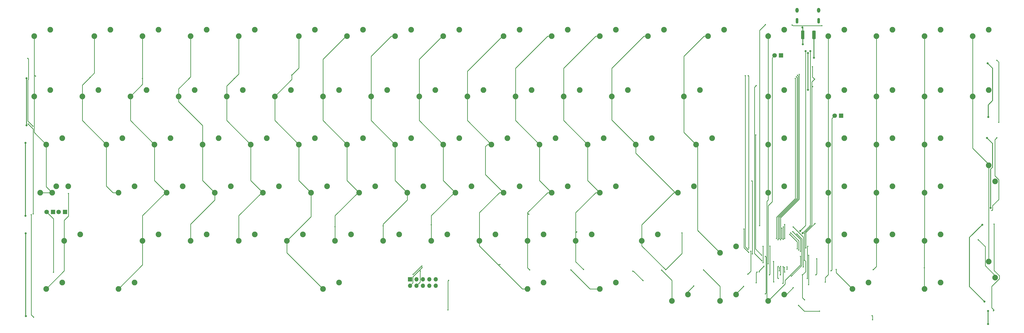
<source format=gbr>
%TF.GenerationSoftware,KiCad,Pcbnew,(5.1.6)-1*%
%TF.CreationDate,2020-08-12T20:07:55+02:00*%
%TF.ProjectId,Proyecto CFSUnderglow,50726f79-6563-4746-9f20-434653556e64,rev?*%
%TF.SameCoordinates,Original*%
%TF.FileFunction,Copper,L1,Top*%
%TF.FilePolarity,Positive*%
%FSLAX46Y46*%
G04 Gerber Fmt 4.6, Leading zero omitted, Abs format (unit mm)*
G04 Created by KiCad (PCBNEW (5.1.6)-1) date 2020-08-12 20:07:55*
%MOMM*%
%LPD*%
G01*
G04 APERTURE LIST*
%TA.AperFunction,ComponentPad*%
%ADD10C,2.250000*%
%TD*%
%TA.AperFunction,ComponentPad*%
%ADD11C,1.800000*%
%TD*%
%TA.AperFunction,ComponentPad*%
%ADD12R,1.800000X1.800000*%
%TD*%
%TA.AperFunction,ComponentPad*%
%ADD13O,1.700000X1.700000*%
%TD*%
%TA.AperFunction,ComponentPad*%
%ADD14R,1.700000X1.700000*%
%TD*%
%TA.AperFunction,ComponentPad*%
%ADD15O,1.100000X2.200000*%
%TD*%
%TA.AperFunction,ComponentPad*%
%ADD16O,1.300000X1.900000*%
%TD*%
%TA.AperFunction,ViaPad*%
%ADD17C,0.500000*%
%TD*%
%TA.AperFunction,ViaPad*%
%ADD18C,0.800000*%
%TD*%
%TA.AperFunction,Conductor*%
%ADD19C,0.250000*%
%TD*%
%TA.AperFunction,Conductor*%
%ADD20C,0.380000*%
%TD*%
G04 APERTURE END LIST*
D10*
%TO.P,SW78,2*%
%TO.N,Net-(D78-Pad2)*%
X219233750Y-25876250D03*
%TO.P,SW78,1*%
%TO.N,COL-15*%
X212883750Y-28416250D03*
%TD*%
%TO.P,SW102,2*%
%TO.N,Net-(D102-Pad2)*%
X302736250Y-85883750D03*
%TO.P,SW102,1*%
%TO.N,COL-19*%
X300196250Y-79533750D03*
%TD*%
%TO.P,SW84,2*%
%TO.N,Net-(D84-Pad2)*%
X243046250Y-49688750D03*
%TO.P,SW84,1*%
%TO.N,COL-16*%
X236696250Y-52228750D03*
%TD*%
%TO.P,SW8,2*%
%TO.N,Net-(D6-Pad2)*%
X-64135000Y-87788750D03*
%TO.P,SW8,1*%
%TO.N,COL-1*%
X-70485000Y-90328750D03*
%TD*%
%TO.P,SW5,2*%
%TO.N,Net-(D6-Pad2)*%
X-68920000Y-87800000D03*
%TO.P,SW5,1*%
%TO.N,COL-1*%
X-75270000Y-90340000D03*
%TD*%
%TO.P,SW34,2*%
%TO.N,Net-(D34-Pad2)*%
X43021250Y-125888750D03*
%TO.P,SW34,1*%
%TO.N,COL-6*%
X36671250Y-128428750D03*
%TD*%
%TO.P,SW4,2*%
%TO.N,Net-(D5-Pad2)*%
X-66516250Y-68738750D03*
%TO.P,SW4,1*%
%TO.N,COL-1*%
X-72866250Y-71278750D03*
%TD*%
D11*
%TO.P,LEDCAPS2,2*%
%TO.N,INDICATOR2*%
X-72720000Y-97950000D03*
D12*
%TO.P,LEDCAPS2,1*%
%TO.N,Net-(LEDCAPS1-Pad1)*%
X-70180000Y-97950000D03*
%TD*%
D10*
%TO.P,SW76,2*%
%TO.N,Net-(D76-Pad2)*%
X190658750Y-68738750D03*
%TO.P,SW76,1*%
%TO.N,COL-14*%
X184308750Y-71278750D03*
%TD*%
%TO.P,SW103,1*%
%TO.N,COL-19*%
X300196250Y-117633750D03*
%TO.P,SW103,2*%
%TO.N,Net-(D123-Pad2)*%
X302736250Y-123983750D03*
%TD*%
%TO.P,SW101,2*%
%TO.N,Net-(D101-Pad2)*%
X300196250Y-49688750D03*
%TO.P,SW101,1*%
%TO.N,COL-19*%
X293846250Y-52228750D03*
%TD*%
%TO.P,SW100,2*%
%TO.N,Net-(D100-Pad2)*%
X300196250Y-25876250D03*
%TO.P,SW100,1*%
%TO.N,COL-19*%
X293846250Y-28416250D03*
%TD*%
%TO.P,SW99,2*%
%TO.N,Net-(D99-Pad2)*%
X281146250Y-125888750D03*
%TO.P,SW99,1*%
%TO.N,COL-18*%
X274796250Y-128428750D03*
%TD*%
%TO.P,SW98,2*%
%TO.N,Net-(D98-Pad2)*%
X281146250Y-106838750D03*
%TO.P,SW98,1*%
%TO.N,COL-18*%
X274796250Y-109378750D03*
%TD*%
%TO.P,SW97,2*%
%TO.N,Net-(D97-Pad2)*%
X281146250Y-87788750D03*
%TO.P,SW97,1*%
%TO.N,COL-18*%
X274796250Y-90328750D03*
%TD*%
%TO.P,SW96,2*%
%TO.N,Net-(D96-Pad2)*%
X281146250Y-68738750D03*
%TO.P,SW96,1*%
%TO.N,COL-18*%
X274796250Y-71278750D03*
%TD*%
%TO.P,SW95,2*%
%TO.N,Net-(D95-Pad2)*%
X281146250Y-49688750D03*
%TO.P,SW95,1*%
%TO.N,COL-18*%
X274796250Y-52228750D03*
%TD*%
%TO.P,SW94,2*%
%TO.N,Net-(D94-Pad2)*%
X281146250Y-25876250D03*
%TO.P,SW94,1*%
%TO.N,COL-18*%
X274796250Y-28416250D03*
%TD*%
%TO.P,SW93,2*%
%TO.N,Net-(D93-Pad2)*%
X252571250Y-125888750D03*
%TO.P,SW93,1*%
%TO.N,COL-17*%
X246221250Y-128428750D03*
%TD*%
%TO.P,SW92,2*%
%TO.N,Net-(D92-Pad2)*%
X262096250Y-106838750D03*
%TO.P,SW92,1*%
%TO.N,COL-17*%
X255746250Y-109378750D03*
%TD*%
%TO.P,SW91,2*%
%TO.N,Net-(D91-Pad2)*%
X262096250Y-87788750D03*
%TO.P,SW91,1*%
%TO.N,COL-17*%
X255746250Y-90328750D03*
%TD*%
%TO.P,SW90,2*%
%TO.N,Net-(D90-Pad2)*%
X262096250Y-68738750D03*
%TO.P,SW90,1*%
%TO.N,COL-17*%
X255746250Y-71278750D03*
%TD*%
%TO.P,SW89,2*%
%TO.N,Net-(D89-Pad2)*%
X262096250Y-49688750D03*
%TO.P,SW89,1*%
%TO.N,COL-17*%
X255746250Y-52228750D03*
%TD*%
%TO.P,SW88,2*%
%TO.N,Net-(D88-Pad2)*%
X262096250Y-25876250D03*
%TO.P,SW88,1*%
%TO.N,COL-17*%
X255746250Y-28416250D03*
%TD*%
%TO.P,SW87,2*%
%TO.N,Net-(D87-Pad2)*%
X243046250Y-106838750D03*
%TO.P,SW87,1*%
%TO.N,COL-16*%
X236696250Y-109378750D03*
%TD*%
%TO.P,SW86,2*%
%TO.N,Net-(D86-Pad2)*%
X243046250Y-87788750D03*
%TO.P,SW86,1*%
%TO.N,COL-16*%
X236696250Y-90328750D03*
%TD*%
%TO.P,SW85,2*%
%TO.N,Net-(D85-Pad2)*%
X243046250Y-68738750D03*
%TO.P,SW85,1*%
%TO.N,COL-16*%
X236696250Y-71278750D03*
%TD*%
%TO.P,SW83,2*%
%TO.N,Net-(D83-Pad2)*%
X243046250Y-25876250D03*
%TO.P,SW83,1*%
%TO.N,COL-16*%
X236696250Y-28416250D03*
%TD*%
%TO.P,SW82,2*%
%TO.N,Net-(D82-Pad2)*%
X219233750Y-130651250D03*
%TO.P,SW82,1*%
%TO.N,COL-15*%
X212883750Y-133191250D03*
%TD*%
%TO.P,SW81,2*%
%TO.N,Net-(D81-Pad2)*%
X219233750Y-87788750D03*
%TO.P,SW81,1*%
%TO.N,COL-15*%
X212883750Y-90328750D03*
%TD*%
%TO.P,SW80,2*%
%TO.N,Net-(D80-Pad2)*%
X219233750Y-68738750D03*
%TO.P,SW80,1*%
%TO.N,COL-15*%
X212883750Y-71278750D03*
%TD*%
%TO.P,SW79,2*%
%TO.N,Net-(D79-Pad2)*%
X219233750Y-49688750D03*
%TO.P,SW79,1*%
%TO.N,COL-15*%
X212883750Y-52228750D03*
%TD*%
%TO.P,SW77,2*%
%TO.N,Net-(D77-Pad2)*%
X200183750Y-111601250D03*
%TO.P,SW77,1*%
%TO.N,COL-14*%
X193833750Y-114141250D03*
%TD*%
%TO.P,SW75,2*%
%TO.N,Net-(D75-Pad2)*%
X185896250Y-49688750D03*
%TO.P,SW75,1*%
%TO.N,COL-14*%
X179546250Y-52228750D03*
%TD*%
%TO.P,SW74,2*%
%TO.N,Net-(D74-Pad2)*%
X195421250Y-25876250D03*
%TO.P,SW74,1*%
%TO.N,COL-14*%
X189071250Y-28416250D03*
%TD*%
%TO.P,SW73,2*%
%TO.N,Net-(D73-Pad2)*%
X200183750Y-130651250D03*
%TO.P,SW73,1*%
%TO.N,COL-13*%
X193833750Y-133191250D03*
%TD*%
%TO.P,SW72,2*%
%TO.N,Net-(D72-Pad2)*%
X169227500Y-106838750D03*
%TO.P,SW72,1*%
%TO.N,COL-13*%
X162877500Y-109378750D03*
%TD*%
%TO.P,SW71,2*%
%TO.N,Net-(D71-Pad2)*%
X183515000Y-87788750D03*
%TO.P,SW71,1*%
%TO.N,COL-13*%
X177165000Y-90328750D03*
%TD*%
%TO.P,SW70,2*%
%TO.N,Net-(D70-Pad2)*%
X166846250Y-68738750D03*
%TO.P,SW70,1*%
%TO.N,COL-13*%
X160496250Y-71278750D03*
%TD*%
%TO.P,SW69,2*%
%TO.N,Net-(D69-Pad2)*%
X157321250Y-49688750D03*
%TO.P,SW69,1*%
%TO.N,COL-13*%
X150971250Y-52228750D03*
%TD*%
%TO.P,SW68,2*%
%TO.N,Net-(D68-Pad2)*%
X171608750Y-25876250D03*
%TO.P,SW68,1*%
%TO.N,COL-13*%
X165258750Y-28416250D03*
%TD*%
%TO.P,SW67,2*%
%TO.N,Net-(D67-Pad2)*%
X181133750Y-130651250D03*
%TO.P,SW67,1*%
%TO.N,COL-12*%
X174783750Y-133191250D03*
%TD*%
%TO.P,SW66,2*%
%TO.N,Net-(D66-Pad2)*%
X143033750Y-106838750D03*
%TO.P,SW66,1*%
%TO.N,COL-12*%
X136683750Y-109378750D03*
%TD*%
%TO.P,SW65,2*%
%TO.N,Net-(D65-Pad2)*%
X152558750Y-87788750D03*
%TO.P,SW65,1*%
%TO.N,COL-12*%
X146208750Y-90328750D03*
%TD*%
%TO.P,SW64,2*%
%TO.N,Net-(D64-Pad2)*%
X147796250Y-68738750D03*
%TO.P,SW64,1*%
%TO.N,COL-12*%
X141446250Y-71278750D03*
%TD*%
%TO.P,SW63,2*%
%TO.N,Net-(D63-Pad2)*%
X138271250Y-49688750D03*
%TO.P,SW63,1*%
%TO.N,COL-12*%
X131921250Y-52228750D03*
%TD*%
%TO.P,SW62,2*%
%TO.N,Net-(D62-Pad2)*%
X152558750Y-25876250D03*
%TO.P,SW62,1*%
%TO.N,COL-12*%
X146208750Y-28416250D03*
%TD*%
%TO.P,SW61,2*%
%TO.N,Net-(D61-Pad2)*%
X152558750Y-125888750D03*
%TO.P,SW61,1*%
%TO.N,COL-11*%
X146208750Y-128428750D03*
%TD*%
%TO.P,SW60,2*%
%TO.N,Net-(D60-Pad2)*%
X123983750Y-106838750D03*
%TO.P,SW60,1*%
%TO.N,COL-11*%
X117633750Y-109378750D03*
%TD*%
%TO.P,SW59,2*%
%TO.N,Net-(D59-Pad2)*%
X133508750Y-87788750D03*
%TO.P,SW59,1*%
%TO.N,COL-11*%
X127158750Y-90328750D03*
%TD*%
%TO.P,SW58,2*%
%TO.N,Net-(D58-Pad2)*%
X128746250Y-68738750D03*
%TO.P,SW58,1*%
%TO.N,COL-11*%
X122396250Y-71278750D03*
%TD*%
%TO.P,SW57,2*%
%TO.N,Net-(D57-Pad2)*%
X119221250Y-49688750D03*
%TO.P,SW57,1*%
%TO.N,COL-11*%
X112871250Y-52228750D03*
%TD*%
%TO.P,SW56,2*%
%TO.N,Net-(D56-Pad2)*%
X133508750Y-25876250D03*
%TO.P,SW56,1*%
%TO.N,COL-11*%
X127158750Y-28416250D03*
%TD*%
%TO.P,SW55,2*%
%TO.N,Net-(D55-Pad2)*%
X123983750Y-125888750D03*
%TO.P,SW55,1*%
%TO.N,COL-10*%
X117633750Y-128428750D03*
%TD*%
%TO.P,SW54,1*%
%TO.N,COL-10*%
X98583750Y-109378750D03*
%TO.P,SW54,2*%
%TO.N,Net-(D54-Pad2)*%
X104933750Y-106838750D03*
%TD*%
%TO.P,SW53,2*%
%TO.N,Net-(D53-Pad2)*%
X114458750Y-87788750D03*
%TO.P,SW53,1*%
%TO.N,COL-10*%
X108108750Y-90328750D03*
%TD*%
%TO.P,SW52,2*%
%TO.N,Net-(D52-Pad2)*%
X109696250Y-68738750D03*
%TO.P,SW52,1*%
%TO.N,COL-10*%
X103346250Y-71278750D03*
%TD*%
%TO.P,SW51,2*%
%TO.N,Net-(D51-Pad2)*%
X100171250Y-49688750D03*
%TO.P,SW51,1*%
%TO.N,COL-10*%
X93821250Y-52228750D03*
%TD*%
%TO.P,SW50,2*%
%TO.N,Net-(D50-Pad2)*%
X114458750Y-25876250D03*
%TO.P,SW50,1*%
%TO.N,COL-10*%
X108108750Y-28416250D03*
%TD*%
%TO.P,SW49,2*%
%TO.N,Net-(D49-Pad2)*%
X85883750Y-106838750D03*
%TO.P,SW49,1*%
%TO.N,COL-9*%
X79533750Y-109378750D03*
%TD*%
%TO.P,SW48,2*%
%TO.N,Net-(D48-Pad2)*%
X95408750Y-87788750D03*
%TO.P,SW48,1*%
%TO.N,COL-9*%
X89058750Y-90328750D03*
%TD*%
%TO.P,SW47,2*%
%TO.N,Net-(D47-Pad2)*%
X90646250Y-68738750D03*
%TO.P,SW47,1*%
%TO.N,COL-9*%
X84296250Y-71278750D03*
%TD*%
%TO.P,SW46,2*%
%TO.N,Net-(D46-Pad2)*%
X81121250Y-49688750D03*
%TO.P,SW46,1*%
%TO.N,COL-9*%
X74771250Y-52228750D03*
%TD*%
%TO.P,SW45,2*%
%TO.N,Net-(D45-Pad2)*%
X90646250Y-25876250D03*
%TO.P,SW45,1*%
%TO.N,COL-9*%
X84296250Y-28416250D03*
%TD*%
%TO.P,SW44,2*%
%TO.N,Net-(D44-Pad2)*%
X66833750Y-106838750D03*
%TO.P,SW44,1*%
%TO.N,COL-8*%
X60483750Y-109378750D03*
%TD*%
%TO.P,SW43,2*%
%TO.N,Net-(D43-Pad2)*%
X76358750Y-87788750D03*
%TO.P,SW43,1*%
%TO.N,COL-8*%
X70008750Y-90328750D03*
%TD*%
%TO.P,SW42,2*%
%TO.N,Net-(D42-Pad2)*%
X71596250Y-68738750D03*
%TO.P,SW42,1*%
%TO.N,COL-8*%
X65246250Y-71278750D03*
%TD*%
%TO.P,SW41,2*%
%TO.N,Net-(D41-Pad2)*%
X62071250Y-49688750D03*
%TO.P,SW41,1*%
%TO.N,COL-8*%
X55721250Y-52228750D03*
%TD*%
%TO.P,SW40,2*%
%TO.N,Net-(D40-Pad2)*%
X71596250Y-25876250D03*
%TO.P,SW40,1*%
%TO.N,COL-8*%
X65246250Y-28416250D03*
%TD*%
%TO.P,SW39,2*%
%TO.N,Net-(D39-Pad2)*%
X47783750Y-106838750D03*
%TO.P,SW39,1*%
%TO.N,COL-7*%
X41433750Y-109378750D03*
%TD*%
%TO.P,SW38,2*%
%TO.N,Net-(D38-Pad2)*%
X57308750Y-87788750D03*
%TO.P,SW38,1*%
%TO.N,COL-7*%
X50958750Y-90328750D03*
%TD*%
%TO.P,SW37,2*%
%TO.N,Net-(D37-Pad2)*%
X52546250Y-68738750D03*
%TO.P,SW37,1*%
%TO.N,COL-7*%
X46196250Y-71278750D03*
%TD*%
%TO.P,SW36,2*%
%TO.N,Net-(D36-Pad2)*%
X43021250Y-49688750D03*
%TO.P,SW36,1*%
%TO.N,COL-7*%
X36671250Y-52228750D03*
%TD*%
%TO.P,SW35,2*%
%TO.N,Net-(D35-Pad2)*%
X52546250Y-25876250D03*
%TO.P,SW35,1*%
%TO.N,COL-7*%
X46196250Y-28416250D03*
%TD*%
%TO.P,SW33,2*%
%TO.N,Net-(D33-Pad2)*%
X28733750Y-106838750D03*
%TO.P,SW33,1*%
%TO.N,COL-6*%
X22383750Y-109378750D03*
%TD*%
%TO.P,SW32,2*%
%TO.N,Net-(D32-Pad2)*%
X38258750Y-87788750D03*
%TO.P,SW32,1*%
%TO.N,COL-6*%
X31908750Y-90328750D03*
%TD*%
%TO.P,SW31,2*%
%TO.N,Net-(D31-Pad2)*%
X33496250Y-68738750D03*
%TO.P,SW31,1*%
%TO.N,COL-6*%
X27146250Y-71278750D03*
%TD*%
%TO.P,SW30,2*%
%TO.N,Net-(D30-Pad2)*%
X23971250Y-49688750D03*
%TO.P,SW30,1*%
%TO.N,COL-6*%
X17621250Y-52228750D03*
%TD*%
%TO.P,SW29,2*%
%TO.N,Net-(D29-Pad2)*%
X33496250Y-25876250D03*
%TO.P,SW29,1*%
%TO.N,COL-6*%
X27146250Y-28416250D03*
%TD*%
%TO.P,SW28,2*%
%TO.N,Net-(D28-Pad2)*%
X9683750Y-106838750D03*
%TO.P,SW28,1*%
%TO.N,COL-5*%
X3333750Y-109378750D03*
%TD*%
%TO.P,SW27,2*%
%TO.N,Net-(D27-Pad2)*%
X19208750Y-87788750D03*
%TO.P,SW27,1*%
%TO.N,COL-5*%
X12858750Y-90328750D03*
%TD*%
%TO.P,SW26,2*%
%TO.N,Net-(D26-Pad2)*%
X14446250Y-68738750D03*
%TO.P,SW26,1*%
%TO.N,COL-5*%
X8096250Y-71278750D03*
%TD*%
%TO.P,SW25,2*%
%TO.N,Net-(D25-Pad2)*%
X4921250Y-49688750D03*
%TO.P,SW25,1*%
%TO.N,COL-5*%
X-1428750Y-52228750D03*
%TD*%
%TO.P,SW24,2*%
%TO.N,Net-(D24-Pad2)*%
X9683750Y-25876250D03*
%TO.P,SW24,1*%
%TO.N,COL-5*%
X3333750Y-28416250D03*
%TD*%
%TO.P,SW23,2*%
%TO.N,Net-(D23-Pad2)*%
X-9366250Y-106838750D03*
%TO.P,SW23,1*%
%TO.N,COL-4*%
X-15716250Y-109378750D03*
%TD*%
%TO.P,SW22,2*%
%TO.N,Net-(D22-Pad2)*%
X158750Y-87788750D03*
%TO.P,SW22,1*%
%TO.N,COL-4*%
X-6191250Y-90328750D03*
%TD*%
%TO.P,SW21,2*%
%TO.N,Net-(D21-Pad2)*%
X-4603750Y-68738750D03*
%TO.P,SW21,1*%
%TO.N,COL-4*%
X-10953750Y-71278750D03*
%TD*%
%TO.P,SW20,2*%
%TO.N,Net-(D20-Pad2)*%
X-14128750Y-49688750D03*
%TO.P,SW20,1*%
%TO.N,COL-4*%
X-20478750Y-52228750D03*
%TD*%
%TO.P,SW19,2*%
%TO.N,Net-(D19-Pad2)*%
X-9366250Y-25876250D03*
%TO.P,SW19,1*%
%TO.N,COL-4*%
X-15716250Y-28416250D03*
%TD*%
%TO.P,SW18,2*%
%TO.N,Net-(D18-Pad2)*%
X-37941250Y-125888750D03*
%TO.P,SW18,1*%
%TO.N,COL-3*%
X-44291250Y-128428750D03*
%TD*%
%TO.P,SW17,2*%
%TO.N,Net-(D17-Pad2)*%
X-28416250Y-106838750D03*
%TO.P,SW17,1*%
%TO.N,COL-3*%
X-34766250Y-109378750D03*
%TD*%
%TO.P,SW16,2*%
%TO.N,Net-(D16-Pad2)*%
X-18891250Y-87788750D03*
%TO.P,SW16,1*%
%TO.N,COL-3*%
X-25241250Y-90328750D03*
%TD*%
%TO.P,SW15,2*%
%TO.N,Net-(D15-Pad2)*%
X-23653750Y-68738750D03*
%TO.P,SW15,1*%
%TO.N,COL-3*%
X-30003750Y-71278750D03*
%TD*%
%TO.P,SW14,2*%
%TO.N,Net-(D14-Pad2)*%
X-33178750Y-49688750D03*
%TO.P,SW14,1*%
%TO.N,COL-3*%
X-39528750Y-52228750D03*
%TD*%
%TO.P,SW13,2*%
%TO.N,Net-(D13-Pad2)*%
X-28416250Y-25876250D03*
%TO.P,SW13,1*%
%TO.N,COL-3*%
X-34766250Y-28416250D03*
%TD*%
%TO.P,SW12,2*%
%TO.N,Net-(D12-Pad2)*%
X-37941250Y-87788750D03*
%TO.P,SW12,1*%
%TO.N,COL-2*%
X-44291250Y-90328750D03*
%TD*%
%TO.P,SW11,2*%
%TO.N,Net-(D11-Pad2)*%
X-42703750Y-68738750D03*
%TO.P,SW11,1*%
%TO.N,COL-2*%
X-49053750Y-71278750D03*
%TD*%
%TO.P,SW10,2*%
%TO.N,Net-(D10-Pad2)*%
X-52228750Y-49688750D03*
%TO.P,SW10,1*%
%TO.N,COL-2*%
X-58578750Y-52228750D03*
%TD*%
%TO.P,SW9,2*%
%TO.N,Net-(D9-Pad2)*%
X-47466250Y-25876250D03*
%TO.P,SW9,1*%
%TO.N,COL-2*%
X-53816250Y-28416250D03*
%TD*%
%TO.P,SW7,2*%
%TO.N,Net-(D8-Pad2)*%
X-66516250Y-125888750D03*
%TO.P,SW7,1*%
%TO.N,COL-1*%
X-72866250Y-128428750D03*
%TD*%
%TO.P,SW6,2*%
%TO.N,Net-(D7-Pad2)*%
X-59372500Y-106838750D03*
%TO.P,SW6,1*%
%TO.N,COL-1*%
X-65722500Y-109378750D03*
%TD*%
%TO.P,SW3,2*%
%TO.N,Net-(D4-Pad2)*%
X-71278750Y-49688750D03*
%TO.P,SW3,1*%
%TO.N,COL-1*%
X-77628750Y-52228750D03*
%TD*%
%TO.P,SW2,2*%
%TO.N,Net-(D3-Pad2)*%
X-71278750Y-25876250D03*
%TO.P,SW2,1*%
%TO.N,COL-1*%
X-77628750Y-28416250D03*
%TD*%
D11*
%TO.P,LEDSCRL1,2*%
%TO.N,INDICATOR3*%
X215430000Y-36030000D03*
D12*
%TO.P,LEDSCRL1,1*%
%TO.N,Net-(LEDSCRL1-Pad1)*%
X217970000Y-36030000D03*
%TD*%
D11*
%TO.P,LEDNUM1,2*%
%TO.N,INDICATOR1*%
X239230000Y-59840000D03*
D12*
%TO.P,LEDNUM1,1*%
%TO.N,Net-(LEDNUM1-Pad1)*%
X241770000Y-59840000D03*
%TD*%
D11*
%TO.P,LEDCAPS1,2*%
%TO.N,INDICATOR2*%
X-67930000Y-97950000D03*
D12*
%TO.P,LEDCAPS1,1*%
%TO.N,Net-(LEDCAPS1-Pad1)*%
X-65390000Y-97950000D03*
%TD*%
D13*
%TO.P,J2,10*%
%TO.N,NRST*%
X81310000Y-127150000D03*
%TO.P,J2,9*%
%TO.N,GND*%
X81310000Y-124610000D03*
%TO.P,J2,8*%
%TO.N,Net-(J2-Pad8)*%
X78770000Y-127150000D03*
%TO.P,J2,7*%
%TO.N,Net-(J2-Pad7)*%
X78770000Y-124610000D03*
%TO.P,J2,6*%
%TO.N,Net-(J2-Pad6)*%
X76230000Y-127150000D03*
%TO.P,J2,5*%
%TO.N,GND*%
X76230000Y-124610000D03*
%TO.P,J2,4*%
%TO.N,SWCLK*%
X73690000Y-127150000D03*
%TO.P,J2,3*%
%TO.N,GND*%
X73690000Y-124610000D03*
%TO.P,J2,2*%
%TO.N,SWDIO*%
X71150000Y-127150000D03*
D14*
%TO.P,J2,1*%
%TO.N,3.3V*%
X71150000Y-124610000D03*
%TD*%
D15*
%TO.P,J1,S*%
%TO.N,Net-(C2-Pad1)*%
X232900000Y-22312500D03*
D16*
X232900000Y-18112500D03*
X224300000Y-18112500D03*
D15*
X224300000Y-22312500D03*
%TD*%
%TO.P,F1,2*%
%TO.N,VBUS*%
%TA.AperFunction,SMDPad,CuDef*%
G36*
G01*
X227210000Y-26420000D02*
X227210000Y-29320000D01*
G75*
G02*
X226960000Y-29570000I-250000J0D01*
G01*
X226160000Y-29570000D01*
G75*
G02*
X225910000Y-29320000I0J250000D01*
G01*
X225910000Y-26420000D01*
G75*
G02*
X226160000Y-26170000I250000J0D01*
G01*
X226960000Y-26170000D01*
G75*
G02*
X227210000Y-26420000I0J-250000D01*
G01*
G37*
%TD.AperFunction*%
%TO.P,F1,1*%
%TO.N,5v*%
%TA.AperFunction,SMDPad,CuDef*%
G36*
G01*
X231660000Y-26420000D02*
X231660000Y-29320000D01*
G75*
G02*
X231410000Y-29570000I-250000J0D01*
G01*
X230610000Y-29570000D01*
G75*
G02*
X230360000Y-29320000I0J250000D01*
G01*
X230360000Y-26420000D01*
G75*
G02*
X230610000Y-26170000I250000J0D01*
G01*
X231410000Y-26170000D01*
G75*
G02*
X231660000Y-26420000I0J-250000D01*
G01*
G37*
%TD.AperFunction*%
%TD*%
D17*
%TO.N,GND*%
X231780000Y-122850000D03*
X232090000Y-116540000D03*
X254220000Y-140660000D03*
X254030000Y-139080000D03*
X211180000Y-119510000D03*
X209310000Y-121670000D03*
X208500000Y-121760000D03*
X208150000Y-126030000D03*
X86370000Y-125060000D03*
X86120000Y-136780000D03*
X210860000Y-111600000D03*
X210860000Y-118010000D03*
D18*
%TO.N,VBUS*%
X226600000Y-31630000D03*
X228640000Y-35090000D03*
X228620000Y-49620000D03*
X226420000Y-24925010D03*
D17*
%TO.N,NRST*%
X218819990Y-119630000D03*
X218730000Y-126245010D03*
%TO.N,BOOT0*%
X228910000Y-126790000D03*
X228890000Y-115190000D03*
D18*
%TO.N,5v*%
X231010000Y-36950000D03*
X300020000Y-60370000D03*
X299750000Y-39140000D03*
X299520000Y-68670000D03*
X299890000Y-142360000D03*
X299880000Y-137180000D03*
X-80960000Y-106480000D03*
X-80920000Y-139220000D03*
X-81110000Y-99530000D03*
X-81110000Y-70660000D03*
X-80640000Y-45040000D03*
X-80660000Y-63710000D03*
X298500000Y-133440000D03*
X297590000Y-103090000D03*
X300921260Y-96363893D03*
D17*
%TO.N,3.3V*%
X231260000Y-45420000D03*
X227310000Y-106500000D03*
X226460000Y-122880000D03*
X213520000Y-111500000D03*
X217830000Y-119600000D03*
X227310000Y-117080000D03*
X227290000Y-132780000D03*
X72330000Y-122710000D03*
X75795064Y-119380744D03*
X217730000Y-122834990D03*
X213400000Y-122834990D03*
X230410000Y-40469990D03*
X230480000Y-48400000D03*
%TO.N,ROW-1*%
X222800000Y-103890000D03*
X211792500Y-23812500D03*
X226802367Y-119719990D03*
X209480000Y-103405010D03*
X222400000Y-23940000D03*
X234140000Y-24200000D03*
%TO.N,ROW-2*%
X208150000Y-47920000D03*
X210354990Y-117316115D03*
%TO.N,ROW-3*%
X210290000Y-115060000D03*
X207990000Y-67470000D03*
%TO.N,ROW-4*%
X206620000Y-114570000D03*
X206445000Y-85725000D03*
%TO.N,ROW-5*%
X205140000Y-113940000D03*
X203295000Y-104775000D03*
%TO.N,ROW-6*%
X204860000Y-122640000D03*
X206060000Y-113555010D03*
%TO.N,Net-(D67-Pad2)*%
X183380000Y-127300000D03*
%TO.N,Net-(D73-Pad2)*%
X203110000Y-127460000D03*
%TO.N,Net-(D82-Pad2)*%
X222820000Y-127960000D03*
%TO.N,UNDERGLOW*%
X211760000Y-130380000D03*
X224940000Y-134970000D03*
X233200000Y-137250000D03*
X211797763Y-115555010D03*
%TO.N,Net-(D105-Pad2)*%
X301990000Y-137110000D03*
X302280000Y-102790000D03*
%TO.N,Net-(D106-Pad2)*%
X-80160000Y-37230000D03*
X-78133760Y-64003796D03*
%TO.N,Net-(D107-Pad2)*%
X303370000Y-68590000D03*
X301470011Y-97391623D03*
%TO.N,Net-(D108-Pad2)*%
X-78070000Y-98780000D03*
X-80019990Y-63150000D03*
%TO.N,Net-(D109-Pad2)*%
X304120000Y-62530000D03*
X303410000Y-37940000D03*
%TO.N,Net-(D110-Pad2)*%
X-77850000Y-139660000D03*
X-78820000Y-99110000D03*
%TO.N,Net-(D123-Pad2)*%
X296060000Y-108960000D03*
%TO.N,SWCLK*%
X228370000Y-124340000D03*
X163320000Y-125150000D03*
X159250000Y-121400000D03*
X75242096Y-121362096D03*
X228520000Y-111620000D03*
%TO.N,SWDIO*%
X75860000Y-120030000D03*
X224260000Y-106710000D03*
X221990280Y-123353912D03*
%TO.N,INDICATOR2*%
X216820000Y-124330000D03*
X-70010000Y-121890000D03*
X216819990Y-119530000D03*
%TO.N,INDICATOR1*%
X217300000Y-120110000D03*
X217310000Y-121230000D03*
X237770000Y-121230000D03*
%TO.N,INDICATOR3*%
X212890000Y-118480000D03*
%TO.N,COL-1*%
X203800000Y-44050000D03*
X204940000Y-112880000D03*
X-77130000Y-44210000D03*
X-64030000Y-90670000D03*
%TO.N,COL-2*%
X205180000Y-112280000D03*
X205030000Y-44020000D03*
X-55555836Y-44715010D03*
%TO.N,COL-3*%
X216204990Y-108514435D03*
X223647007Y-45162017D03*
X-34766954Y-45115010D03*
%TO.N,COL-4*%
X224064990Y-44480000D03*
X-16343663Y-45115010D03*
X216756448Y-108950000D03*
%TO.N,COL-5*%
X224482550Y-43876743D03*
X1551358Y-45145021D03*
X217261458Y-108560000D03*
%TO.N,COL-6*%
X225150000Y-43550000D03*
X24355941Y-43824990D03*
X217799988Y-108950000D03*
%TO.N,COL-7*%
X41433750Y-103783750D03*
X218271469Y-108513044D03*
X218275842Y-104445010D03*
%TO.N,COL-8*%
X218810000Y-108840000D03*
X218860000Y-103940000D03*
X60483750Y-103466250D03*
%TO.N,COL-9*%
X219400000Y-108500000D03*
X79533750Y-103053750D03*
X219410000Y-102975010D03*
%TO.N,COL-10*%
X106720000Y-118840000D03*
%TO.N,COL-11*%
X134780000Y-120894990D03*
X118470000Y-120894990D03*
X227820000Y-112180000D03*
X231440000Y-102520000D03*
X118120000Y-98930000D03*
%TO.N,COL-12*%
X170710000Y-121000000D03*
X139790000Y-120790000D03*
X137130000Y-105870000D03*
X224430000Y-112544990D03*
X221400000Y-106840000D03*
%TO.N,COL-13*%
X172290000Y-120870000D03*
X187330000Y-120900000D03*
X224980000Y-113040000D03*
X221800000Y-106250000D03*
X178760000Y-106290000D03*
%TO.N,COL-14*%
X225660000Y-113560000D03*
X222590000Y-105730000D03*
X185286250Y-105593750D03*
%TO.N,COL-15*%
X225680000Y-115550000D03*
%TO.N,COL-16*%
X214990000Y-117640000D03*
X215060000Y-125690000D03*
X235520000Y-125740000D03*
%TO.N,COL-17*%
X220290000Y-119770000D03*
X220320000Y-120680000D03*
X239840000Y-120780000D03*
X254490000Y-120840000D03*
%TO.N,COL-18*%
X274710000Y-120050000D03*
%TO.N,COL-19*%
X219350000Y-119990000D03*
X219370000Y-121750000D03*
D18*
%TO.N,D+*%
X229550000Y-34310000D03*
X226470000Y-106350000D03*
%TO.N,D-*%
X227690000Y-34320000D03*
X225590000Y-105520000D03*
%TD*%
D19*
%TO.N,GND*%
X231780000Y-122850000D02*
X232090000Y-122540000D01*
X232090000Y-122540000D02*
X232090000Y-116540000D01*
X254220000Y-140660000D02*
X254220000Y-139270000D01*
X254220000Y-139270000D02*
X254030000Y-139080000D01*
X211180000Y-119510000D02*
X209310000Y-121380000D01*
X209310000Y-121380000D02*
X209310000Y-121670000D01*
X208500000Y-121760000D02*
X208150000Y-122110000D01*
X208150000Y-122110000D02*
X208150000Y-126030000D01*
X86370000Y-125060000D02*
X86120000Y-125310000D01*
X86120000Y-125310000D02*
X86120000Y-136780000D01*
X210860000Y-111600000D02*
X210860000Y-118010000D01*
D20*
%TO.N,VBUS*%
X226560000Y-27870000D02*
X226560000Y-31590000D01*
X226560000Y-31590000D02*
X226600000Y-31630000D01*
X228640000Y-35090000D02*
X228640000Y-49600000D01*
X228640000Y-49600000D02*
X228620000Y-49620000D01*
X226560000Y-25065010D02*
X226420000Y-24925010D01*
X226560000Y-27870000D02*
X226560000Y-25065010D01*
D19*
%TO.N,NRST*%
X218819990Y-126155020D02*
X218730000Y-126245010D01*
X218819990Y-119630000D02*
X218819990Y-126155020D01*
%TO.N,BOOT0*%
X228910000Y-126790000D02*
X228910000Y-115210000D01*
X228910000Y-115210000D02*
X228890000Y-115190000D01*
D20*
%TO.N,5v*%
X231010000Y-27870000D02*
X231010000Y-36950000D01*
X300020000Y-55612798D02*
X301730000Y-53902798D01*
X300020000Y-60370000D02*
X300020000Y-55612798D01*
X301730000Y-53902798D02*
X301730000Y-41120000D01*
X301730000Y-41120000D02*
X299750000Y-39140000D01*
X299890000Y-142360000D02*
X299890000Y-137190000D01*
X299890000Y-137190000D02*
X299880000Y-137180000D01*
X-80960000Y-106480000D02*
X-80960000Y-139180000D01*
X-80960000Y-139180000D02*
X-80920000Y-139220000D01*
X-81110000Y-99530000D02*
X-81110000Y-70660000D01*
X-80660000Y-45060000D02*
X-80660000Y-63710000D01*
X-80640000Y-45040000D02*
X-80660000Y-45060000D01*
X298500000Y-133440000D02*
X292590000Y-127530000D01*
X292590000Y-127530000D02*
X292590000Y-108090000D01*
X292590000Y-108090000D02*
X297590000Y-103090000D01*
X299520000Y-68670000D02*
X301711251Y-70861251D01*
X301711251Y-70861251D02*
X301711251Y-80260951D01*
X300921260Y-81050942D02*
X300921260Y-96363893D01*
X301711251Y-80260951D02*
X300921260Y-81050942D01*
D19*
%TO.N,3.3V*%
X231260000Y-45420000D02*
X230170000Y-46510000D01*
X227310000Y-106500000D02*
X227310000Y-117080000D01*
X226460000Y-122880000D02*
X226460000Y-131950000D01*
X226460000Y-131950000D02*
X227290000Y-132780000D01*
X75659256Y-119380744D02*
X75795064Y-119380744D01*
X72330000Y-122710000D02*
X75659256Y-119380744D01*
X217830000Y-122734990D02*
X217730000Y-122834990D01*
X213520000Y-122714990D02*
X213400000Y-122834990D01*
X217830000Y-119600000D02*
X217830000Y-122734990D01*
X213520000Y-111500000D02*
X213520000Y-122714990D01*
X230410000Y-44570000D02*
X230410000Y-40469990D01*
X231260000Y-45420000D02*
X230410000Y-44570000D01*
X230170000Y-48380000D02*
X230460000Y-48380000D01*
X230170000Y-46510000D02*
X230170000Y-48380000D01*
X230460000Y-48380000D02*
X230480000Y-48400000D01*
X227687379Y-117457379D02*
X227687379Y-121652621D01*
X227687379Y-121652621D02*
X226460000Y-122880000D01*
X227310000Y-117080000D02*
X227687379Y-117457379D01*
X227310000Y-106112584D02*
X227310000Y-106500000D01*
X230170000Y-103252584D02*
X227310000Y-106112584D01*
X230170000Y-48380000D02*
X230170000Y-103252584D01*
%TO.N,ROW-1*%
X226802367Y-107892367D02*
X226802367Y-119719990D01*
X222800000Y-103890000D02*
X226802367Y-107892367D01*
X209480000Y-26125000D02*
X209480000Y-103405010D01*
X211792500Y-23812500D02*
X209480000Y-26125000D01*
X222660000Y-24200000D02*
X234140000Y-24200000D01*
X222400000Y-23940000D02*
X222660000Y-24200000D01*
%TO.N,ROW-2*%
X207479989Y-48590011D02*
X207479989Y-114441114D01*
X208150000Y-47920000D02*
X207479989Y-48590011D01*
X207479989Y-114441114D02*
X210354990Y-117316115D01*
%TO.N,ROW-3*%
X210290000Y-115060000D02*
X207860000Y-112630000D01*
X207860000Y-112630000D02*
X207860000Y-67600000D01*
X207860000Y-67600000D02*
X207990000Y-67470000D01*
%TO.N,ROW-4*%
X206620000Y-85900000D02*
X206445000Y-85725000D01*
X206620000Y-114570000D02*
X206620000Y-85900000D01*
%TO.N,ROW-5*%
X205140000Y-113940000D02*
X203295000Y-112095000D01*
X203295000Y-112095000D02*
X203295000Y-104775000D01*
%TO.N,ROW-6*%
X206060000Y-121440000D02*
X206060000Y-113555010D01*
X204860000Y-122640000D02*
X206060000Y-121440000D01*
%TO.N,Net-(D67-Pad2)*%
X181133750Y-129546250D02*
X181133750Y-130651250D01*
X183380000Y-127300000D02*
X181133750Y-129546250D01*
%TO.N,Net-(D73-Pad2)*%
X200183750Y-130386250D02*
X200183750Y-130651250D01*
X203110000Y-127460000D02*
X200183750Y-130386250D01*
%TO.N,Net-(D82-Pad2)*%
X220128750Y-130651250D02*
X219233750Y-130651250D01*
X222820000Y-127960000D02*
X220128750Y-130651250D01*
%TO.N,UNDERGLOW*%
X224940000Y-134970000D02*
X227220000Y-137250000D01*
X227220000Y-137250000D02*
X233200000Y-137250000D01*
X211990010Y-130149990D02*
X211990010Y-115747257D01*
X211990010Y-115747257D02*
X211797763Y-115555010D01*
X211760000Y-130380000D02*
X211990010Y-130149990D01*
%TO.N,Net-(D105-Pad2)*%
X301990000Y-137110000D02*
X302280000Y-136820000D01*
X301356249Y-127406153D02*
X304370000Y-124392402D01*
X302280000Y-136820000D02*
X301356249Y-135896249D01*
X301356249Y-135896249D02*
X301356249Y-127406153D01*
X304370000Y-124392402D02*
X304370000Y-123230000D01*
X302280000Y-121140000D02*
X302280000Y-102790000D01*
X304370000Y-123230000D02*
X302280000Y-121140000D01*
%TO.N,Net-(D106-Pad2)*%
X-80144989Y-61992567D02*
X-78133760Y-64003796D01*
X-79910001Y-37479999D02*
X-79910001Y-45383003D01*
X-79910001Y-45383003D02*
X-80144989Y-45617991D01*
X-80144989Y-45617991D02*
X-80144989Y-61992567D01*
X-80160000Y-37230000D02*
X-79910001Y-37479999D01*
%TO.N,Net-(D107-Pad2)*%
X302605011Y-69354989D02*
X302605011Y-83710109D01*
X304116251Y-93082083D02*
X301720010Y-95478324D01*
X304116251Y-85221349D02*
X304116251Y-93082083D01*
X302605011Y-83710109D02*
X304116251Y-85221349D01*
X303370000Y-68590000D02*
X302605011Y-69354989D01*
X301720010Y-97141624D02*
X301470011Y-97391623D01*
X301720010Y-95478324D02*
X301720010Y-97141624D01*
%TO.N,Net-(D108-Pad2)*%
X-78070000Y-98780000D02*
X-78070000Y-65099990D01*
X-78070000Y-65099990D02*
X-80019990Y-63150000D01*
%TO.N,Net-(D109-Pad2)*%
X304120000Y-62530000D02*
X304120000Y-38650000D01*
X304120000Y-38650000D02*
X303410000Y-37940000D01*
%TO.N,Net-(D110-Pad2)*%
X-77850000Y-139660000D02*
X-78820000Y-138690000D01*
X-78820000Y-138690000D02*
X-78820000Y-99110000D01*
%TO.N,Net-(D123-Pad2)*%
X298786251Y-119245377D02*
X302736250Y-123195376D01*
X302736250Y-123195376D02*
X302736250Y-123983750D01*
X298786251Y-111686251D02*
X298786251Y-119245377D01*
X296060000Y-108960000D02*
X298786251Y-111686251D01*
%TO.N,SWCLK*%
X163320000Y-125150000D02*
X159570000Y-121400000D01*
X159570000Y-121400000D02*
X159250000Y-121400000D01*
X75120000Y-125720000D02*
X75120000Y-121484192D01*
X75120000Y-121484192D02*
X75242096Y-121362096D01*
X73690000Y-127150000D02*
X75120000Y-125720000D01*
X228370000Y-111770000D02*
X228370000Y-124340000D01*
X228520000Y-111620000D02*
X228370000Y-111770000D01*
%TO.N,SWDIO*%
X71150000Y-127150000D02*
X72255001Y-126044999D01*
X72255001Y-126044999D02*
X72255001Y-123634999D01*
X72255001Y-123634999D02*
X75860000Y-120030000D01*
X224260000Y-106710000D02*
X226190000Y-108640000D01*
X226190000Y-119154192D02*
X221990280Y-123353912D01*
X226190000Y-108640000D02*
X226190000Y-119154192D01*
%TO.N,Net-(LEDCAPS1-Pad1)*%
X-70010000Y-98100000D02*
X-70170000Y-97940000D01*
%TO.N,INDICATOR2*%
X216570001Y-119779989D02*
X216819990Y-119530000D01*
X216570001Y-124080001D02*
X216570001Y-119779989D01*
X216820000Y-124330000D02*
X216570001Y-124080001D01*
X-70010000Y-100660000D02*
X-72720000Y-97950000D01*
X-70010000Y-121890000D02*
X-70010000Y-100660000D01*
%TO.N,INDICATOR1*%
X217300000Y-120110000D02*
X217300000Y-121220000D01*
X217300000Y-121220000D02*
X217310000Y-121230000D01*
X238076251Y-60993749D02*
X239230000Y-59840000D01*
X237770000Y-121230000D02*
X238076251Y-120923749D01*
X238076251Y-120923749D02*
X238076251Y-60993749D01*
%TO.N,INDICATOR3*%
X212890000Y-95503072D02*
X214444849Y-93948223D01*
X212890000Y-118480000D02*
X212890000Y-95503072D01*
X214444849Y-37015151D02*
X215430000Y-36030000D01*
X214444849Y-93948223D02*
X214444849Y-37015151D01*
%TO.N,COL-1*%
X-77620000Y-28425000D02*
X-77628750Y-28416250D01*
X-77620000Y-38270000D02*
X-77620000Y-28425000D01*
X-77620000Y-52220000D02*
X-77628750Y-52228750D01*
X-65722500Y-121285000D02*
X-72866250Y-128428750D01*
X-65722500Y-109378750D02*
X-65722500Y-121285000D01*
X203850000Y-111790000D02*
X203850000Y-44100000D01*
X203850000Y-44100000D02*
X203800000Y-44050000D01*
X204940000Y-112880000D02*
X203850000Y-111790000D01*
X-77390000Y-43950000D02*
X-77620000Y-43950000D01*
X-77620000Y-38270000D02*
X-77620000Y-43950000D01*
X-77130000Y-44210000D02*
X-77390000Y-43950000D01*
X-77620000Y-43950000D02*
X-77620000Y-52220000D01*
X-77628750Y-52228750D02*
X-77628750Y-66516250D01*
X-77628750Y-66516250D02*
X-72866250Y-71278750D01*
X-72866250Y-87947500D02*
X-70485000Y-90328750D01*
X-72866250Y-71278750D02*
X-72866250Y-87947500D01*
X-70496250Y-90340000D02*
X-70485000Y-90328750D01*
X-75270000Y-90340000D02*
X-70496250Y-90340000D01*
X-65722500Y-109378750D02*
X-65722500Y-101242500D01*
X-65722500Y-101242500D02*
X-64030000Y-99550000D01*
X-64030000Y-99550000D02*
X-64030000Y-90670000D01*
%TO.N,COL-2*%
X-58578750Y-61753750D02*
X-49053750Y-71278750D01*
X-58578750Y-52228750D02*
X-58578750Y-61753750D01*
X-46428848Y-90328750D02*
X-44291250Y-90328750D01*
X-49053750Y-87703848D02*
X-46428848Y-90328750D01*
X-49053750Y-71278750D02*
X-49053750Y-87703848D01*
X205180000Y-44170000D02*
X205030000Y-44020000D01*
X205180000Y-44240000D02*
X205180000Y-44170000D01*
X205180000Y-112280000D02*
X205180000Y-44240000D01*
X-53816250Y-28416250D02*
X-53816250Y-42975424D01*
X-53816250Y-42975424D02*
X-55555836Y-44715010D01*
X-58578750Y-52228750D02*
X-58578750Y-47737924D01*
X-58578750Y-47737924D02*
X-55555836Y-44715010D01*
%TO.N,COL-3*%
X-34766250Y-118903750D02*
X-34766250Y-109378750D01*
X-44291250Y-128428750D02*
X-34766250Y-118903750D01*
X-25643652Y-90328750D02*
X-25241250Y-90328750D01*
X-34766250Y-99451348D02*
X-25643652Y-90328750D01*
X-34766250Y-109378750D02*
X-34766250Y-99451348D01*
X-30003750Y-85566250D02*
X-30003750Y-71278750D01*
X-25241250Y-90328750D02*
X-30003750Y-85566250D01*
X-39528750Y-61753750D02*
X-39528750Y-52228750D01*
X-30003750Y-71278750D02*
X-39528750Y-61753750D01*
X-34766250Y-47466250D02*
X-34766250Y-28416250D01*
X-39528750Y-52228750D02*
X-34766250Y-47466250D01*
X223647007Y-92675577D02*
X223647007Y-45162017D01*
X216204990Y-100117594D02*
X223647007Y-92675577D01*
X216204990Y-108514435D02*
X216204990Y-100117594D01*
%TO.N,COL-4*%
X-20478750Y-54287124D02*
X-10953750Y-63812124D01*
X-10953750Y-63812124D02*
X-10953750Y-71278750D01*
X-20478750Y-52228750D02*
X-20478750Y-54287124D01*
X-10953750Y-85566250D02*
X-6191250Y-90328750D01*
X-10953750Y-71278750D02*
X-10953750Y-85566250D01*
X-15716250Y-102796152D02*
X-15716250Y-109378750D01*
X-6191250Y-93271152D02*
X-15716250Y-102796152D01*
X-6191250Y-90328750D02*
X-6191250Y-93271152D01*
X-20478750Y-52228750D02*
X-20478750Y-49250097D01*
X-20478750Y-49250097D02*
X-16343663Y-45115010D01*
X-15716250Y-28416250D02*
X-15716250Y-44433750D01*
X-15716250Y-44433750D02*
X-16343663Y-45061163D01*
X-16343663Y-45061163D02*
X-16343663Y-45115010D01*
X224314989Y-44729999D02*
X224314989Y-92565011D01*
X224314989Y-92565011D02*
X216756448Y-100123552D01*
X216756448Y-100123552D02*
X216756448Y-108950000D01*
X224064990Y-44480000D02*
X224314989Y-44729999D01*
%TO.N,COL-5*%
X12456348Y-90328750D02*
X12858750Y-90328750D01*
X3333750Y-99451348D02*
X12456348Y-90328750D01*
X3333750Y-109378750D02*
X3333750Y-99451348D01*
X8096250Y-85566250D02*
X8096250Y-71278750D01*
X12858750Y-90328750D02*
X8096250Y-85566250D01*
X-1428750Y-61753750D02*
X-1428750Y-52228750D01*
X8096250Y-71278750D02*
X-1428750Y-61753750D01*
X3333750Y-28416250D02*
X3333750Y-43362629D01*
X-1428750Y-48125129D02*
X1551358Y-45145021D01*
X-1428750Y-52228750D02*
X-1428750Y-48125129D01*
X3333750Y-43362629D02*
X1551358Y-45145021D01*
X217261458Y-100218542D02*
X217261458Y-108560000D01*
X224732549Y-44126742D02*
X224732549Y-92747451D01*
X224482550Y-43876743D02*
X224732549Y-44126742D01*
X224732549Y-92747451D02*
X217261458Y-100218542D01*
%TO.N,COL-6*%
X17621250Y-61753750D02*
X27146250Y-71278750D01*
X17621250Y-52228750D02*
X17621250Y-61753750D01*
X27146250Y-85566250D02*
X31908750Y-90328750D01*
X27146250Y-71278750D02*
X27146250Y-85566250D01*
X31908750Y-99853750D02*
X31908750Y-90328750D01*
X22383750Y-109378750D02*
X31908750Y-99853750D01*
X22383750Y-114141250D02*
X36671250Y-128428750D01*
X22383750Y-109378750D02*
X22383750Y-114141250D01*
X24355941Y-45494059D02*
X24355941Y-43824990D01*
X17621250Y-52228750D02*
X24355941Y-45494059D01*
X27146250Y-28416250D02*
X27146250Y-41034681D01*
X27146250Y-41034681D02*
X24355941Y-43824990D01*
X217766468Y-108916480D02*
X217799988Y-108950000D01*
X225150000Y-43550000D02*
X225150000Y-92890000D01*
X217766468Y-100273532D02*
X217766468Y-108916480D01*
X225150000Y-92890000D02*
X217766468Y-100273532D01*
%TO.N,COL-7*%
X50556348Y-90328750D02*
X50958750Y-90328750D01*
X41433750Y-99451348D02*
X50556348Y-90328750D01*
X46196250Y-85566250D02*
X46196250Y-71278750D01*
X50958750Y-90328750D02*
X46196250Y-85566250D01*
X45793848Y-28416250D02*
X46196250Y-28416250D01*
X36671250Y-37538848D02*
X45793848Y-28416250D01*
X36671250Y-52228750D02*
X36671250Y-37538848D01*
X36671250Y-61753750D02*
X46196250Y-71278750D01*
X36671250Y-52228750D02*
X36671250Y-61753750D01*
X41433750Y-109378750D02*
X41433750Y-103783750D01*
X41433750Y-103783750D02*
X41433750Y-99451348D01*
X218271469Y-108513044D02*
X218271469Y-104449383D01*
X218271469Y-104449383D02*
X218275842Y-104445010D01*
%TO.N,COL-8*%
X55721250Y-36350260D02*
X55721250Y-52228750D01*
X63655260Y-28416250D02*
X55721250Y-36350260D01*
X65246250Y-28416250D02*
X63655260Y-28416250D01*
X55721250Y-61753750D02*
X65246250Y-71278750D01*
X55721250Y-52228750D02*
X55721250Y-61753750D01*
X65246250Y-85566250D02*
X70008750Y-90328750D01*
X65246250Y-71278750D02*
X65246250Y-85566250D01*
X70008750Y-93271152D02*
X60483750Y-102796152D01*
X70008750Y-90328750D02*
X70008750Y-93271152D01*
X218810000Y-108840000D02*
X218860000Y-108790000D01*
X218860000Y-108790000D02*
X218860000Y-103940000D01*
X60483750Y-103466250D02*
X60483750Y-109378750D01*
X60483750Y-102796152D02*
X60483750Y-103466250D01*
%TO.N,COL-9*%
X88656348Y-90328750D02*
X89058750Y-90328750D01*
X79533750Y-99451348D02*
X88656348Y-90328750D01*
X79533750Y-109378750D02*
X79533750Y-99451348D01*
X84296250Y-85566250D02*
X84296250Y-71278750D01*
X89058750Y-90328750D02*
X84296250Y-85566250D01*
X74771250Y-61753750D02*
X84296250Y-71278750D01*
X74771250Y-52228750D02*
X74771250Y-61753750D01*
X83893848Y-28416250D02*
X84296250Y-28416250D01*
X74771250Y-37538848D02*
X83893848Y-28416250D01*
X74771250Y-52228750D02*
X74771250Y-37538848D01*
X219400000Y-108500000D02*
X219400000Y-102985010D01*
X219400000Y-102985010D02*
X219410000Y-102975010D01*
%TO.N,COL-10*%
X93821250Y-61753750D02*
X103346250Y-71278750D01*
X93821250Y-52228750D02*
X93821250Y-61753750D01*
X107706348Y-28416250D02*
X108108750Y-28416250D01*
X93821250Y-42301348D02*
X107706348Y-28416250D01*
X93821250Y-52228750D02*
X93821250Y-42301348D01*
X100946249Y-83166249D02*
X108108750Y-90328750D01*
X100946249Y-72087761D02*
X100946249Y-83166249D01*
X101755260Y-71278750D02*
X100946249Y-72087761D01*
X103346250Y-71278750D02*
X101755260Y-71278750D01*
X98583750Y-98262760D02*
X98583750Y-109378750D01*
X106517760Y-90328750D02*
X98583750Y-98262760D01*
X108108750Y-90328750D02*
X106517760Y-90328750D01*
X98583750Y-111437124D02*
X98583750Y-109378750D01*
X117633750Y-128428750D02*
X115575376Y-128428750D01*
X105986626Y-118840000D02*
X105888313Y-118741687D01*
X115575376Y-128428750D02*
X105888313Y-118741687D01*
X106720000Y-118840000D02*
X105986626Y-118840000D01*
X105888313Y-118741687D02*
X98583750Y-111437124D01*
%TO.N,COL-11*%
X112871250Y-61753750D02*
X122396250Y-71278750D01*
X112871250Y-52228750D02*
X112871250Y-61753750D01*
X112871250Y-41112760D02*
X112871250Y-52228750D01*
X125567760Y-28416250D02*
X112871250Y-41112760D01*
X127158750Y-28416250D02*
X125567760Y-28416250D01*
X122396250Y-85566250D02*
X127158750Y-90328750D01*
X122396250Y-71278750D02*
X122396250Y-85566250D01*
X117633750Y-98262760D02*
X117633750Y-109378750D01*
X125567760Y-90328750D02*
X117633750Y-98262760D01*
X127158750Y-90328750D02*
X125567760Y-90328750D01*
X146208750Y-128428750D02*
X142313760Y-128428750D01*
X117633750Y-109378750D02*
X117633750Y-120058740D01*
X142313760Y-128428750D02*
X134780000Y-120894990D01*
X117633750Y-120058740D02*
X118470000Y-120894990D01*
X227820000Y-112180000D02*
X227820000Y-106140000D01*
X227820000Y-106140000D02*
X231440000Y-102520000D01*
X117633750Y-98443750D02*
X117633750Y-98262760D01*
X118120000Y-98930000D02*
X117633750Y-98443750D01*
%TO.N,COL-12*%
X131921250Y-61753750D02*
X141446250Y-71278750D01*
X131921250Y-52228750D02*
X131921250Y-61753750D01*
X131921250Y-41112760D02*
X131921250Y-52228750D01*
X144617760Y-28416250D02*
X131921250Y-41112760D01*
X146208750Y-28416250D02*
X144617760Y-28416250D01*
X141446250Y-85566250D02*
X146208750Y-90328750D01*
X141446250Y-71278750D02*
X141446250Y-85566250D01*
X144617760Y-90328750D02*
X136683750Y-98262760D01*
X146208750Y-90328750D02*
X144617760Y-90328750D01*
X174783750Y-133191250D02*
X174783750Y-125073750D01*
X174783750Y-125073750D02*
X170710000Y-121000000D01*
X136683750Y-117683750D02*
X136683750Y-109378750D01*
X139790000Y-120790000D02*
X136683750Y-117683750D01*
X136683750Y-106316250D02*
X136683750Y-106543750D01*
X137130000Y-105870000D02*
X136683750Y-106316250D01*
X136683750Y-98262760D02*
X136683750Y-106543750D01*
X136683750Y-106543750D02*
X136683750Y-109378750D01*
X224430000Y-109870000D02*
X224430000Y-112544990D01*
X221400000Y-106840000D02*
X224430000Y-109870000D01*
%TO.N,COL-13*%
X150971250Y-41112760D02*
X150971250Y-52228750D01*
X163667760Y-28416250D02*
X150971250Y-41112760D01*
X165258750Y-28416250D02*
X163667760Y-28416250D01*
X160496250Y-74678328D02*
X176146672Y-90328750D01*
X176146672Y-90328750D02*
X177165000Y-90328750D01*
X160496250Y-71278750D02*
X160496250Y-74678328D01*
X162877500Y-103025260D02*
X162877500Y-109378750D01*
X175574010Y-90328750D02*
X162877500Y-103025260D01*
X177165000Y-90328750D02*
X175574010Y-90328750D01*
X150971250Y-52228750D02*
X150971250Y-61541250D01*
X160496250Y-71066250D02*
X160496250Y-71278750D01*
X150971250Y-61541250D02*
X160496250Y-71066250D01*
X162877500Y-109378750D02*
X162877500Y-111457500D01*
X162877500Y-111457500D02*
X172290000Y-120870000D01*
X193833750Y-127403750D02*
X193833750Y-133191250D01*
X187330000Y-120900000D02*
X193833750Y-127403750D01*
X224980000Y-113040000D02*
X224980000Y-109590000D01*
X224980000Y-109590000D02*
X224980000Y-109430000D01*
X224980000Y-109430000D02*
X221800000Y-106250000D01*
X178760000Y-114400000D02*
X172290000Y-120870000D01*
X178760000Y-106290000D02*
X178760000Y-114400000D01*
%TO.N,COL-14*%
X179546250Y-36350260D02*
X179546250Y-52228750D01*
X187480260Y-28416250D02*
X179546250Y-36350260D01*
X189071250Y-28416250D02*
X187480260Y-28416250D01*
X179546250Y-66516250D02*
X184308750Y-71278750D01*
X179546250Y-52228750D02*
X179546250Y-66516250D01*
X184895001Y-71865001D02*
X184895001Y-105202501D01*
X184308750Y-71278750D02*
X184895001Y-71865001D01*
X225660000Y-113560000D02*
X225660000Y-108830000D01*
X225660000Y-108830000D02*
X222590000Y-105760000D01*
X222590000Y-105760000D02*
X222590000Y-105730000D01*
X184895001Y-105202501D02*
X185286250Y-105593750D01*
X185286250Y-105593750D02*
X193833750Y-114141250D01*
%TO.N,COL-15*%
X212883750Y-52228750D02*
X212883750Y-71278750D01*
X212883750Y-27146250D02*
X212883750Y-52228750D01*
X225680000Y-115550000D02*
X225680000Y-118950000D01*
X225680000Y-118950000D02*
X219570000Y-125060000D01*
X219570000Y-126505000D02*
X212883750Y-133191250D01*
X219570000Y-125060000D02*
X219570000Y-126505000D01*
X212370020Y-93784882D02*
X212883750Y-93271152D01*
X212883750Y-93271152D02*
X212883750Y-90328750D01*
X212370020Y-132677520D02*
X212370020Y-93784882D01*
X212883750Y-133191250D02*
X212370020Y-132677520D01*
X212883750Y-74221152D02*
X212883750Y-90328750D01*
X212883750Y-71278750D02*
X212883750Y-74221152D01*
%TO.N,COL-16*%
X214990000Y-125620000D02*
X215060000Y-125690000D01*
X214990000Y-117640000D02*
X214990000Y-125620000D01*
X236696250Y-122779578D02*
X236696250Y-109378750D01*
X235520000Y-123955828D02*
X236696250Y-122779578D01*
X235520000Y-125740000D02*
X235520000Y-123955828D01*
X236696250Y-109378750D02*
X236696250Y-28416250D01*
%TO.N,COL-17*%
X220290000Y-119770000D02*
X220290000Y-120650000D01*
X220290000Y-120650000D02*
X220320000Y-120680000D01*
X246221250Y-128428750D02*
X239840000Y-122047500D01*
X239840000Y-122047500D02*
X239840000Y-120780000D01*
X255746250Y-119583750D02*
X255746250Y-109378750D01*
X254490000Y-120840000D02*
X255746250Y-119583750D01*
X255746250Y-109378750D02*
X255746250Y-90328750D01*
X255746250Y-90328750D02*
X255746250Y-52228750D01*
X255746250Y-28416250D02*
X255746250Y-52228750D01*
%TO.N,COL-18*%
X274710000Y-109465000D02*
X274796250Y-109378750D01*
X274710000Y-120050000D02*
X274710000Y-109465000D01*
X274710000Y-128342500D02*
X274796250Y-128428750D01*
X274710000Y-120050000D02*
X274710000Y-128342500D01*
X274796250Y-109378750D02*
X274796250Y-28416250D01*
%TO.N,COL-19*%
X219350000Y-119990000D02*
X219350000Y-121730000D01*
X219350000Y-121730000D02*
X219370000Y-121750000D01*
X300196250Y-79131348D02*
X300196250Y-79533750D01*
X293846250Y-72781348D02*
X300196250Y-79131348D01*
X293846250Y-28416250D02*
X293846250Y-72781348D01*
X300196250Y-117633750D02*
X300196250Y-79533750D01*
%TO.N,D+*%
X229550000Y-34310000D02*
X229550000Y-103270000D01*
X229550000Y-103270000D02*
X226470000Y-106350000D01*
%TO.N,D-*%
X227690000Y-34320000D02*
X227690000Y-103350000D01*
X225590000Y-105450000D02*
X225590000Y-105520000D01*
X227690000Y-103350000D02*
X225590000Y-105450000D01*
%TD*%
M02*

</source>
